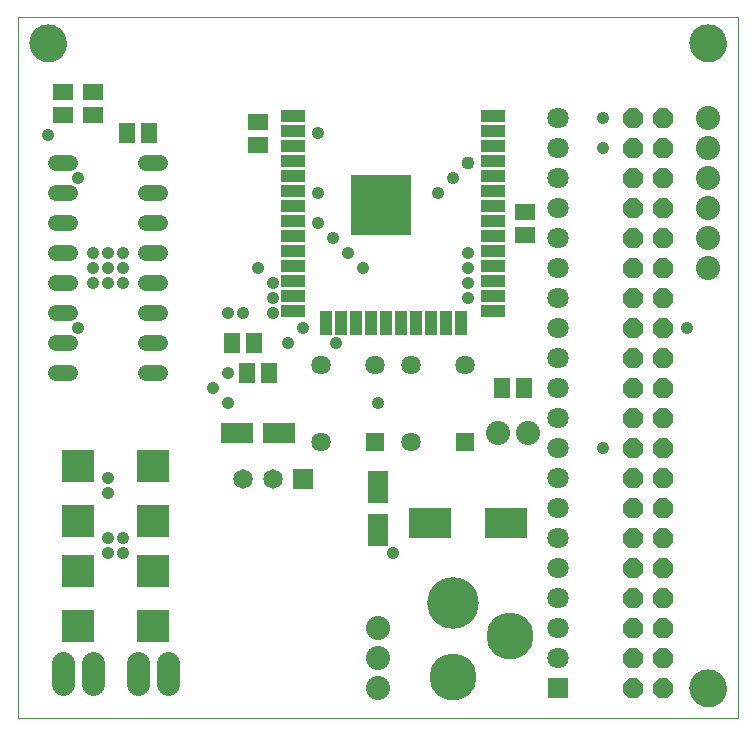
<source format=gts>
G75*
%MOIN*%
%OFA0B0*%
%FSLAX25Y25*%
%IPPOS*%
%LPD*%
%AMOC8*
5,1,8,0,0,1.08239X$1,22.5*
%
%ADD10C,0.00000*%
%ADD11C,0.12411*%
%ADD12C,0.06446*%
%ADD13R,0.06446X0.06446*%
%ADD14R,0.05718X0.06506*%
%ADD15R,0.10836X0.06899*%
%ADD16R,0.06506X0.05718*%
%ADD17R,0.14380X0.10443*%
%ADD18R,0.06899X0.10836*%
%ADD19C,0.17198*%
%ADD20C,0.15624*%
%ADD21R,0.10600X0.10600*%
%ADD22C,0.08000*%
%ADD23C,0.05400*%
%ADD24R,0.07096X0.07096*%
%ADD25C,0.07096*%
%ADD26C,0.07687*%
%ADD27OC8,0.06600*%
%ADD28R,0.20285X0.20285*%
%ADD29R,0.08474X0.04143*%
%ADD30R,0.04143X0.08474*%
%ADD31R,0.06506X0.06506*%
%ADD32C,0.06506*%
%ADD33C,0.04165*%
%ADD34C,0.04362*%
D10*
X0001500Y0020000D02*
X0001500Y0253701D01*
X0241421Y0253701D01*
X0241421Y0020000D01*
X0001500Y0020000D01*
X0005595Y0245000D02*
X0005597Y0245153D01*
X0005603Y0245306D01*
X0005613Y0245459D01*
X0005627Y0245612D01*
X0005645Y0245764D01*
X0005667Y0245916D01*
X0005692Y0246067D01*
X0005722Y0246218D01*
X0005755Y0246367D01*
X0005793Y0246516D01*
X0005834Y0246664D01*
X0005879Y0246810D01*
X0005928Y0246955D01*
X0005981Y0247099D01*
X0006037Y0247242D01*
X0006097Y0247383D01*
X0006161Y0247523D01*
X0006228Y0247660D01*
X0006299Y0247796D01*
X0006373Y0247930D01*
X0006451Y0248062D01*
X0006532Y0248192D01*
X0006617Y0248320D01*
X0006705Y0248446D01*
X0006796Y0248569D01*
X0006890Y0248690D01*
X0006987Y0248809D01*
X0007088Y0248925D01*
X0007191Y0249038D01*
X0007298Y0249148D01*
X0007407Y0249256D01*
X0007518Y0249361D01*
X0007633Y0249463D01*
X0007750Y0249562D01*
X0007870Y0249657D01*
X0007992Y0249750D01*
X0008117Y0249840D01*
X0008243Y0249926D01*
X0008372Y0250009D01*
X0008503Y0250088D01*
X0008636Y0250164D01*
X0008771Y0250237D01*
X0008908Y0250306D01*
X0009047Y0250371D01*
X0009187Y0250433D01*
X0009329Y0250491D01*
X0009472Y0250546D01*
X0009617Y0250597D01*
X0009763Y0250644D01*
X0009910Y0250687D01*
X0010058Y0250726D01*
X0010207Y0250762D01*
X0010357Y0250793D01*
X0010508Y0250821D01*
X0010660Y0250845D01*
X0010812Y0250865D01*
X0010964Y0250881D01*
X0011117Y0250893D01*
X0011270Y0250901D01*
X0011423Y0250905D01*
X0011577Y0250905D01*
X0011730Y0250901D01*
X0011883Y0250893D01*
X0012036Y0250881D01*
X0012188Y0250865D01*
X0012340Y0250845D01*
X0012492Y0250821D01*
X0012643Y0250793D01*
X0012793Y0250762D01*
X0012942Y0250726D01*
X0013090Y0250687D01*
X0013237Y0250644D01*
X0013383Y0250597D01*
X0013528Y0250546D01*
X0013671Y0250491D01*
X0013813Y0250433D01*
X0013953Y0250371D01*
X0014092Y0250306D01*
X0014229Y0250237D01*
X0014364Y0250164D01*
X0014497Y0250088D01*
X0014628Y0250009D01*
X0014757Y0249926D01*
X0014883Y0249840D01*
X0015008Y0249750D01*
X0015130Y0249657D01*
X0015250Y0249562D01*
X0015367Y0249463D01*
X0015482Y0249361D01*
X0015593Y0249256D01*
X0015702Y0249148D01*
X0015809Y0249038D01*
X0015912Y0248925D01*
X0016013Y0248809D01*
X0016110Y0248690D01*
X0016204Y0248569D01*
X0016295Y0248446D01*
X0016383Y0248320D01*
X0016468Y0248192D01*
X0016549Y0248062D01*
X0016627Y0247930D01*
X0016701Y0247796D01*
X0016772Y0247660D01*
X0016839Y0247523D01*
X0016903Y0247383D01*
X0016963Y0247242D01*
X0017019Y0247099D01*
X0017072Y0246955D01*
X0017121Y0246810D01*
X0017166Y0246664D01*
X0017207Y0246516D01*
X0017245Y0246367D01*
X0017278Y0246218D01*
X0017308Y0246067D01*
X0017333Y0245916D01*
X0017355Y0245764D01*
X0017373Y0245612D01*
X0017387Y0245459D01*
X0017397Y0245306D01*
X0017403Y0245153D01*
X0017405Y0245000D01*
X0017403Y0244847D01*
X0017397Y0244694D01*
X0017387Y0244541D01*
X0017373Y0244388D01*
X0017355Y0244236D01*
X0017333Y0244084D01*
X0017308Y0243933D01*
X0017278Y0243782D01*
X0017245Y0243633D01*
X0017207Y0243484D01*
X0017166Y0243336D01*
X0017121Y0243190D01*
X0017072Y0243045D01*
X0017019Y0242901D01*
X0016963Y0242758D01*
X0016903Y0242617D01*
X0016839Y0242477D01*
X0016772Y0242340D01*
X0016701Y0242204D01*
X0016627Y0242070D01*
X0016549Y0241938D01*
X0016468Y0241808D01*
X0016383Y0241680D01*
X0016295Y0241554D01*
X0016204Y0241431D01*
X0016110Y0241310D01*
X0016013Y0241191D01*
X0015912Y0241075D01*
X0015809Y0240962D01*
X0015702Y0240852D01*
X0015593Y0240744D01*
X0015482Y0240639D01*
X0015367Y0240537D01*
X0015250Y0240438D01*
X0015130Y0240343D01*
X0015008Y0240250D01*
X0014883Y0240160D01*
X0014757Y0240074D01*
X0014628Y0239991D01*
X0014497Y0239912D01*
X0014364Y0239836D01*
X0014229Y0239763D01*
X0014092Y0239694D01*
X0013953Y0239629D01*
X0013813Y0239567D01*
X0013671Y0239509D01*
X0013528Y0239454D01*
X0013383Y0239403D01*
X0013237Y0239356D01*
X0013090Y0239313D01*
X0012942Y0239274D01*
X0012793Y0239238D01*
X0012643Y0239207D01*
X0012492Y0239179D01*
X0012340Y0239155D01*
X0012188Y0239135D01*
X0012036Y0239119D01*
X0011883Y0239107D01*
X0011730Y0239099D01*
X0011577Y0239095D01*
X0011423Y0239095D01*
X0011270Y0239099D01*
X0011117Y0239107D01*
X0010964Y0239119D01*
X0010812Y0239135D01*
X0010660Y0239155D01*
X0010508Y0239179D01*
X0010357Y0239207D01*
X0010207Y0239238D01*
X0010058Y0239274D01*
X0009910Y0239313D01*
X0009763Y0239356D01*
X0009617Y0239403D01*
X0009472Y0239454D01*
X0009329Y0239509D01*
X0009187Y0239567D01*
X0009047Y0239629D01*
X0008908Y0239694D01*
X0008771Y0239763D01*
X0008636Y0239836D01*
X0008503Y0239912D01*
X0008372Y0239991D01*
X0008243Y0240074D01*
X0008117Y0240160D01*
X0007992Y0240250D01*
X0007870Y0240343D01*
X0007750Y0240438D01*
X0007633Y0240537D01*
X0007518Y0240639D01*
X0007407Y0240744D01*
X0007298Y0240852D01*
X0007191Y0240962D01*
X0007088Y0241075D01*
X0006987Y0241191D01*
X0006890Y0241310D01*
X0006796Y0241431D01*
X0006705Y0241554D01*
X0006617Y0241680D01*
X0006532Y0241808D01*
X0006451Y0241938D01*
X0006373Y0242070D01*
X0006299Y0242204D01*
X0006228Y0242340D01*
X0006161Y0242477D01*
X0006097Y0242617D01*
X0006037Y0242758D01*
X0005981Y0242901D01*
X0005928Y0243045D01*
X0005879Y0243190D01*
X0005834Y0243336D01*
X0005793Y0243484D01*
X0005755Y0243633D01*
X0005722Y0243782D01*
X0005692Y0243933D01*
X0005667Y0244084D01*
X0005645Y0244236D01*
X0005627Y0244388D01*
X0005613Y0244541D01*
X0005603Y0244694D01*
X0005597Y0244847D01*
X0005595Y0245000D01*
X0225595Y0245000D02*
X0225597Y0245153D01*
X0225603Y0245306D01*
X0225613Y0245459D01*
X0225627Y0245612D01*
X0225645Y0245764D01*
X0225667Y0245916D01*
X0225692Y0246067D01*
X0225722Y0246218D01*
X0225755Y0246367D01*
X0225793Y0246516D01*
X0225834Y0246664D01*
X0225879Y0246810D01*
X0225928Y0246955D01*
X0225981Y0247099D01*
X0226037Y0247242D01*
X0226097Y0247383D01*
X0226161Y0247523D01*
X0226228Y0247660D01*
X0226299Y0247796D01*
X0226373Y0247930D01*
X0226451Y0248062D01*
X0226532Y0248192D01*
X0226617Y0248320D01*
X0226705Y0248446D01*
X0226796Y0248569D01*
X0226890Y0248690D01*
X0226987Y0248809D01*
X0227088Y0248925D01*
X0227191Y0249038D01*
X0227298Y0249148D01*
X0227407Y0249256D01*
X0227518Y0249361D01*
X0227633Y0249463D01*
X0227750Y0249562D01*
X0227870Y0249657D01*
X0227992Y0249750D01*
X0228117Y0249840D01*
X0228243Y0249926D01*
X0228372Y0250009D01*
X0228503Y0250088D01*
X0228636Y0250164D01*
X0228771Y0250237D01*
X0228908Y0250306D01*
X0229047Y0250371D01*
X0229187Y0250433D01*
X0229329Y0250491D01*
X0229472Y0250546D01*
X0229617Y0250597D01*
X0229763Y0250644D01*
X0229910Y0250687D01*
X0230058Y0250726D01*
X0230207Y0250762D01*
X0230357Y0250793D01*
X0230508Y0250821D01*
X0230660Y0250845D01*
X0230812Y0250865D01*
X0230964Y0250881D01*
X0231117Y0250893D01*
X0231270Y0250901D01*
X0231423Y0250905D01*
X0231577Y0250905D01*
X0231730Y0250901D01*
X0231883Y0250893D01*
X0232036Y0250881D01*
X0232188Y0250865D01*
X0232340Y0250845D01*
X0232492Y0250821D01*
X0232643Y0250793D01*
X0232793Y0250762D01*
X0232942Y0250726D01*
X0233090Y0250687D01*
X0233237Y0250644D01*
X0233383Y0250597D01*
X0233528Y0250546D01*
X0233671Y0250491D01*
X0233813Y0250433D01*
X0233953Y0250371D01*
X0234092Y0250306D01*
X0234229Y0250237D01*
X0234364Y0250164D01*
X0234497Y0250088D01*
X0234628Y0250009D01*
X0234757Y0249926D01*
X0234883Y0249840D01*
X0235008Y0249750D01*
X0235130Y0249657D01*
X0235250Y0249562D01*
X0235367Y0249463D01*
X0235482Y0249361D01*
X0235593Y0249256D01*
X0235702Y0249148D01*
X0235809Y0249038D01*
X0235912Y0248925D01*
X0236013Y0248809D01*
X0236110Y0248690D01*
X0236204Y0248569D01*
X0236295Y0248446D01*
X0236383Y0248320D01*
X0236468Y0248192D01*
X0236549Y0248062D01*
X0236627Y0247930D01*
X0236701Y0247796D01*
X0236772Y0247660D01*
X0236839Y0247523D01*
X0236903Y0247383D01*
X0236963Y0247242D01*
X0237019Y0247099D01*
X0237072Y0246955D01*
X0237121Y0246810D01*
X0237166Y0246664D01*
X0237207Y0246516D01*
X0237245Y0246367D01*
X0237278Y0246218D01*
X0237308Y0246067D01*
X0237333Y0245916D01*
X0237355Y0245764D01*
X0237373Y0245612D01*
X0237387Y0245459D01*
X0237397Y0245306D01*
X0237403Y0245153D01*
X0237405Y0245000D01*
X0237403Y0244847D01*
X0237397Y0244694D01*
X0237387Y0244541D01*
X0237373Y0244388D01*
X0237355Y0244236D01*
X0237333Y0244084D01*
X0237308Y0243933D01*
X0237278Y0243782D01*
X0237245Y0243633D01*
X0237207Y0243484D01*
X0237166Y0243336D01*
X0237121Y0243190D01*
X0237072Y0243045D01*
X0237019Y0242901D01*
X0236963Y0242758D01*
X0236903Y0242617D01*
X0236839Y0242477D01*
X0236772Y0242340D01*
X0236701Y0242204D01*
X0236627Y0242070D01*
X0236549Y0241938D01*
X0236468Y0241808D01*
X0236383Y0241680D01*
X0236295Y0241554D01*
X0236204Y0241431D01*
X0236110Y0241310D01*
X0236013Y0241191D01*
X0235912Y0241075D01*
X0235809Y0240962D01*
X0235702Y0240852D01*
X0235593Y0240744D01*
X0235482Y0240639D01*
X0235367Y0240537D01*
X0235250Y0240438D01*
X0235130Y0240343D01*
X0235008Y0240250D01*
X0234883Y0240160D01*
X0234757Y0240074D01*
X0234628Y0239991D01*
X0234497Y0239912D01*
X0234364Y0239836D01*
X0234229Y0239763D01*
X0234092Y0239694D01*
X0233953Y0239629D01*
X0233813Y0239567D01*
X0233671Y0239509D01*
X0233528Y0239454D01*
X0233383Y0239403D01*
X0233237Y0239356D01*
X0233090Y0239313D01*
X0232942Y0239274D01*
X0232793Y0239238D01*
X0232643Y0239207D01*
X0232492Y0239179D01*
X0232340Y0239155D01*
X0232188Y0239135D01*
X0232036Y0239119D01*
X0231883Y0239107D01*
X0231730Y0239099D01*
X0231577Y0239095D01*
X0231423Y0239095D01*
X0231270Y0239099D01*
X0231117Y0239107D01*
X0230964Y0239119D01*
X0230812Y0239135D01*
X0230660Y0239155D01*
X0230508Y0239179D01*
X0230357Y0239207D01*
X0230207Y0239238D01*
X0230058Y0239274D01*
X0229910Y0239313D01*
X0229763Y0239356D01*
X0229617Y0239403D01*
X0229472Y0239454D01*
X0229329Y0239509D01*
X0229187Y0239567D01*
X0229047Y0239629D01*
X0228908Y0239694D01*
X0228771Y0239763D01*
X0228636Y0239836D01*
X0228503Y0239912D01*
X0228372Y0239991D01*
X0228243Y0240074D01*
X0228117Y0240160D01*
X0227992Y0240250D01*
X0227870Y0240343D01*
X0227750Y0240438D01*
X0227633Y0240537D01*
X0227518Y0240639D01*
X0227407Y0240744D01*
X0227298Y0240852D01*
X0227191Y0240962D01*
X0227088Y0241075D01*
X0226987Y0241191D01*
X0226890Y0241310D01*
X0226796Y0241431D01*
X0226705Y0241554D01*
X0226617Y0241680D01*
X0226532Y0241808D01*
X0226451Y0241938D01*
X0226373Y0242070D01*
X0226299Y0242204D01*
X0226228Y0242340D01*
X0226161Y0242477D01*
X0226097Y0242617D01*
X0226037Y0242758D01*
X0225981Y0242901D01*
X0225928Y0243045D01*
X0225879Y0243190D01*
X0225834Y0243336D01*
X0225793Y0243484D01*
X0225755Y0243633D01*
X0225722Y0243782D01*
X0225692Y0243933D01*
X0225667Y0244084D01*
X0225645Y0244236D01*
X0225627Y0244388D01*
X0225613Y0244541D01*
X0225603Y0244694D01*
X0225597Y0244847D01*
X0225595Y0245000D01*
X0225595Y0030000D02*
X0225597Y0030153D01*
X0225603Y0030306D01*
X0225613Y0030459D01*
X0225627Y0030612D01*
X0225645Y0030764D01*
X0225667Y0030916D01*
X0225692Y0031067D01*
X0225722Y0031218D01*
X0225755Y0031367D01*
X0225793Y0031516D01*
X0225834Y0031664D01*
X0225879Y0031810D01*
X0225928Y0031955D01*
X0225981Y0032099D01*
X0226037Y0032242D01*
X0226097Y0032383D01*
X0226161Y0032523D01*
X0226228Y0032660D01*
X0226299Y0032796D01*
X0226373Y0032930D01*
X0226451Y0033062D01*
X0226532Y0033192D01*
X0226617Y0033320D01*
X0226705Y0033446D01*
X0226796Y0033569D01*
X0226890Y0033690D01*
X0226987Y0033809D01*
X0227088Y0033925D01*
X0227191Y0034038D01*
X0227298Y0034148D01*
X0227407Y0034256D01*
X0227518Y0034361D01*
X0227633Y0034463D01*
X0227750Y0034562D01*
X0227870Y0034657D01*
X0227992Y0034750D01*
X0228117Y0034840D01*
X0228243Y0034926D01*
X0228372Y0035009D01*
X0228503Y0035088D01*
X0228636Y0035164D01*
X0228771Y0035237D01*
X0228908Y0035306D01*
X0229047Y0035371D01*
X0229187Y0035433D01*
X0229329Y0035491D01*
X0229472Y0035546D01*
X0229617Y0035597D01*
X0229763Y0035644D01*
X0229910Y0035687D01*
X0230058Y0035726D01*
X0230207Y0035762D01*
X0230357Y0035793D01*
X0230508Y0035821D01*
X0230660Y0035845D01*
X0230812Y0035865D01*
X0230964Y0035881D01*
X0231117Y0035893D01*
X0231270Y0035901D01*
X0231423Y0035905D01*
X0231577Y0035905D01*
X0231730Y0035901D01*
X0231883Y0035893D01*
X0232036Y0035881D01*
X0232188Y0035865D01*
X0232340Y0035845D01*
X0232492Y0035821D01*
X0232643Y0035793D01*
X0232793Y0035762D01*
X0232942Y0035726D01*
X0233090Y0035687D01*
X0233237Y0035644D01*
X0233383Y0035597D01*
X0233528Y0035546D01*
X0233671Y0035491D01*
X0233813Y0035433D01*
X0233953Y0035371D01*
X0234092Y0035306D01*
X0234229Y0035237D01*
X0234364Y0035164D01*
X0234497Y0035088D01*
X0234628Y0035009D01*
X0234757Y0034926D01*
X0234883Y0034840D01*
X0235008Y0034750D01*
X0235130Y0034657D01*
X0235250Y0034562D01*
X0235367Y0034463D01*
X0235482Y0034361D01*
X0235593Y0034256D01*
X0235702Y0034148D01*
X0235809Y0034038D01*
X0235912Y0033925D01*
X0236013Y0033809D01*
X0236110Y0033690D01*
X0236204Y0033569D01*
X0236295Y0033446D01*
X0236383Y0033320D01*
X0236468Y0033192D01*
X0236549Y0033062D01*
X0236627Y0032930D01*
X0236701Y0032796D01*
X0236772Y0032660D01*
X0236839Y0032523D01*
X0236903Y0032383D01*
X0236963Y0032242D01*
X0237019Y0032099D01*
X0237072Y0031955D01*
X0237121Y0031810D01*
X0237166Y0031664D01*
X0237207Y0031516D01*
X0237245Y0031367D01*
X0237278Y0031218D01*
X0237308Y0031067D01*
X0237333Y0030916D01*
X0237355Y0030764D01*
X0237373Y0030612D01*
X0237387Y0030459D01*
X0237397Y0030306D01*
X0237403Y0030153D01*
X0237405Y0030000D01*
X0237403Y0029847D01*
X0237397Y0029694D01*
X0237387Y0029541D01*
X0237373Y0029388D01*
X0237355Y0029236D01*
X0237333Y0029084D01*
X0237308Y0028933D01*
X0237278Y0028782D01*
X0237245Y0028633D01*
X0237207Y0028484D01*
X0237166Y0028336D01*
X0237121Y0028190D01*
X0237072Y0028045D01*
X0237019Y0027901D01*
X0236963Y0027758D01*
X0236903Y0027617D01*
X0236839Y0027477D01*
X0236772Y0027340D01*
X0236701Y0027204D01*
X0236627Y0027070D01*
X0236549Y0026938D01*
X0236468Y0026808D01*
X0236383Y0026680D01*
X0236295Y0026554D01*
X0236204Y0026431D01*
X0236110Y0026310D01*
X0236013Y0026191D01*
X0235912Y0026075D01*
X0235809Y0025962D01*
X0235702Y0025852D01*
X0235593Y0025744D01*
X0235482Y0025639D01*
X0235367Y0025537D01*
X0235250Y0025438D01*
X0235130Y0025343D01*
X0235008Y0025250D01*
X0234883Y0025160D01*
X0234757Y0025074D01*
X0234628Y0024991D01*
X0234497Y0024912D01*
X0234364Y0024836D01*
X0234229Y0024763D01*
X0234092Y0024694D01*
X0233953Y0024629D01*
X0233813Y0024567D01*
X0233671Y0024509D01*
X0233528Y0024454D01*
X0233383Y0024403D01*
X0233237Y0024356D01*
X0233090Y0024313D01*
X0232942Y0024274D01*
X0232793Y0024238D01*
X0232643Y0024207D01*
X0232492Y0024179D01*
X0232340Y0024155D01*
X0232188Y0024135D01*
X0232036Y0024119D01*
X0231883Y0024107D01*
X0231730Y0024099D01*
X0231577Y0024095D01*
X0231423Y0024095D01*
X0231270Y0024099D01*
X0231117Y0024107D01*
X0230964Y0024119D01*
X0230812Y0024135D01*
X0230660Y0024155D01*
X0230508Y0024179D01*
X0230357Y0024207D01*
X0230207Y0024238D01*
X0230058Y0024274D01*
X0229910Y0024313D01*
X0229763Y0024356D01*
X0229617Y0024403D01*
X0229472Y0024454D01*
X0229329Y0024509D01*
X0229187Y0024567D01*
X0229047Y0024629D01*
X0228908Y0024694D01*
X0228771Y0024763D01*
X0228636Y0024836D01*
X0228503Y0024912D01*
X0228372Y0024991D01*
X0228243Y0025074D01*
X0228117Y0025160D01*
X0227992Y0025250D01*
X0227870Y0025343D01*
X0227750Y0025438D01*
X0227633Y0025537D01*
X0227518Y0025639D01*
X0227407Y0025744D01*
X0227298Y0025852D01*
X0227191Y0025962D01*
X0227088Y0026075D01*
X0226987Y0026191D01*
X0226890Y0026310D01*
X0226796Y0026431D01*
X0226705Y0026554D01*
X0226617Y0026680D01*
X0226532Y0026808D01*
X0226451Y0026938D01*
X0226373Y0027070D01*
X0226299Y0027204D01*
X0226228Y0027340D01*
X0226161Y0027477D01*
X0226097Y0027617D01*
X0226037Y0027758D01*
X0225981Y0027901D01*
X0225928Y0028045D01*
X0225879Y0028190D01*
X0225834Y0028336D01*
X0225793Y0028484D01*
X0225755Y0028633D01*
X0225722Y0028782D01*
X0225692Y0028933D01*
X0225667Y0029084D01*
X0225645Y0029236D01*
X0225627Y0029388D01*
X0225613Y0029541D01*
X0225603Y0029694D01*
X0225597Y0029847D01*
X0225595Y0030000D01*
D11*
X0231500Y0030000D03*
X0231500Y0245000D03*
X0011500Y0245000D03*
D12*
X0102642Y0137795D03*
X0120358Y0137795D03*
X0132642Y0137795D03*
X0150358Y0137795D03*
X0132642Y0112205D03*
X0102642Y0112205D03*
D13*
X0120358Y0112205D03*
X0150358Y0112205D03*
D14*
X0162760Y0130000D03*
X0170240Y0130000D03*
X0085240Y0135000D03*
X0077760Y0135000D03*
X0080240Y0145000D03*
X0072760Y0145000D03*
X0045240Y0215000D03*
X0037760Y0215000D03*
D15*
X0074413Y0115000D03*
X0088587Y0115000D03*
D16*
X0170500Y0181260D03*
X0170500Y0188740D03*
X0081500Y0211260D03*
X0081500Y0218740D03*
X0026500Y0221260D03*
X0026500Y0228740D03*
X0016500Y0228740D03*
X0016500Y0221260D03*
D17*
X0138705Y0085000D03*
X0164295Y0085000D03*
D18*
X0121500Y0082913D03*
X0121500Y0097087D03*
D19*
X0146500Y0058543D03*
D20*
X0165398Y0047323D03*
X0146500Y0033937D03*
D21*
X0046500Y0050750D03*
X0046500Y0069250D03*
X0046500Y0085750D03*
X0046500Y0104250D03*
X0021500Y0104250D03*
X0021500Y0085750D03*
X0021500Y0069250D03*
X0021500Y0050750D03*
D22*
X0121500Y0050000D03*
X0121500Y0040000D03*
X0121500Y0030000D03*
X0161500Y0115000D03*
X0171500Y0115000D03*
X0231500Y0170000D03*
X0231500Y0180000D03*
X0231500Y0190000D03*
X0231500Y0200000D03*
X0231500Y0210000D03*
X0231500Y0220000D03*
D23*
X0048900Y0205000D02*
X0044100Y0205000D01*
X0044100Y0195000D02*
X0048900Y0195000D01*
X0048900Y0185000D02*
X0044100Y0185000D01*
X0044100Y0175000D02*
X0048900Y0175000D01*
X0048900Y0165000D02*
X0044100Y0165000D01*
X0044100Y0155000D02*
X0048900Y0155000D01*
X0048900Y0145000D02*
X0044100Y0145000D01*
X0044100Y0135000D02*
X0048900Y0135000D01*
X0018900Y0135000D02*
X0014100Y0135000D01*
X0014100Y0145000D02*
X0018900Y0145000D01*
X0018900Y0155000D02*
X0014100Y0155000D01*
X0014100Y0165000D02*
X0018900Y0165000D01*
X0018900Y0175000D02*
X0014100Y0175000D01*
X0014100Y0185000D02*
X0018900Y0185000D01*
X0018900Y0195000D02*
X0014100Y0195000D01*
X0014100Y0205000D02*
X0018900Y0205000D01*
D24*
X0181500Y0030000D03*
D25*
X0181500Y0040000D03*
X0181500Y0050000D03*
X0181500Y0060000D03*
X0181500Y0070000D03*
X0181500Y0080000D03*
X0181500Y0090000D03*
X0181500Y0100000D03*
X0181500Y0110000D03*
X0181500Y0120000D03*
X0181500Y0130000D03*
X0181500Y0140000D03*
X0181500Y0150000D03*
X0181500Y0160000D03*
X0181500Y0170000D03*
X0181500Y0180000D03*
X0181500Y0190000D03*
X0181500Y0200000D03*
X0181500Y0210000D03*
X0181500Y0220000D03*
D26*
X0051500Y0038543D02*
X0051500Y0031457D01*
X0041500Y0031457D02*
X0041500Y0038543D01*
X0026500Y0038543D02*
X0026500Y0031457D01*
X0016500Y0031457D02*
X0016500Y0038543D01*
D27*
X0206500Y0040000D03*
X0206500Y0030000D03*
X0216500Y0030000D03*
X0216500Y0040000D03*
X0216500Y0050000D03*
X0216500Y0060000D03*
X0216500Y0070000D03*
X0216500Y0080000D03*
X0216500Y0090000D03*
X0216500Y0100000D03*
X0216500Y0110000D03*
X0216500Y0120000D03*
X0216500Y0130000D03*
X0216500Y0140000D03*
X0216500Y0150000D03*
X0216500Y0160000D03*
X0216500Y0170000D03*
X0216500Y0180000D03*
X0216500Y0190000D03*
X0216500Y0200000D03*
X0216500Y0210000D03*
X0216500Y0220000D03*
X0206500Y0220000D03*
X0206500Y0210000D03*
X0206500Y0200000D03*
X0206500Y0190000D03*
X0206500Y0180000D03*
X0206500Y0170000D03*
X0206500Y0160000D03*
X0206500Y0150000D03*
X0206500Y0140000D03*
X0206500Y0130000D03*
X0206500Y0120000D03*
X0206500Y0110000D03*
X0206500Y0100000D03*
X0206500Y0090000D03*
X0206500Y0080000D03*
X0206500Y0070000D03*
X0206500Y0060000D03*
X0206500Y0050000D03*
D28*
X0122563Y0191181D03*
D29*
X0093035Y0190709D03*
X0093035Y0195709D03*
X0093035Y0200709D03*
X0093035Y0205709D03*
X0093035Y0210709D03*
X0093035Y0215709D03*
X0093035Y0220709D03*
X0093035Y0185709D03*
X0093035Y0180709D03*
X0093035Y0175709D03*
X0093035Y0170709D03*
X0093035Y0165709D03*
X0093035Y0160709D03*
X0093035Y0155709D03*
X0159965Y0155709D03*
X0159965Y0160709D03*
X0159965Y0165709D03*
X0159965Y0170709D03*
X0159965Y0175709D03*
X0159965Y0180709D03*
X0159965Y0185709D03*
X0159965Y0190709D03*
X0159965Y0195709D03*
X0159965Y0200709D03*
X0159965Y0205709D03*
X0159965Y0210709D03*
X0159965Y0215709D03*
X0159965Y0220709D03*
D30*
X0149000Y0151772D03*
X0144000Y0151772D03*
X0139000Y0151772D03*
X0134000Y0151772D03*
X0129000Y0151772D03*
X0124000Y0151772D03*
X0119000Y0151772D03*
X0114000Y0151772D03*
X0109000Y0151772D03*
X0104000Y0151772D03*
D31*
X0096500Y0099764D03*
D32*
X0086500Y0099764D03*
X0076500Y0099764D03*
D33*
X0071500Y0125000D03*
X0066500Y0130000D03*
X0071500Y0135000D03*
X0071500Y0155000D03*
X0076500Y0155000D03*
X0086500Y0155000D03*
X0086500Y0160000D03*
X0086500Y0165000D03*
X0081500Y0170000D03*
X0096500Y0150000D03*
X0091500Y0145000D03*
X0107583Y0145000D03*
X0121500Y0125000D03*
X0151500Y0160000D03*
X0151500Y0165000D03*
X0151500Y0170000D03*
X0151500Y0175000D03*
X0141500Y0195000D03*
X0146500Y0200000D03*
X0126500Y0195000D03*
X0126500Y0190000D03*
X0126500Y0185000D03*
X0121500Y0185000D03*
X0121500Y0190000D03*
X0121500Y0195000D03*
X0116500Y0195000D03*
X0116500Y0190000D03*
X0116500Y0185000D03*
X0111500Y0175000D03*
X0106500Y0180000D03*
X0101500Y0185000D03*
X0101500Y0195000D03*
X0101500Y0215000D03*
X0116500Y0170000D03*
X0036500Y0170000D03*
X0036500Y0165000D03*
X0031500Y0165000D03*
X0031500Y0170000D03*
X0031500Y0175000D03*
X0026500Y0175000D03*
X0026500Y0170000D03*
X0026500Y0165000D03*
X0036500Y0175000D03*
X0021500Y0150000D03*
X0031500Y0100000D03*
X0031500Y0095000D03*
X0031500Y0080000D03*
X0031500Y0075000D03*
X0036500Y0075000D03*
X0036500Y0080000D03*
X0126500Y0075000D03*
X0196500Y0110000D03*
X0224583Y0150000D03*
X0196500Y0210000D03*
X0196500Y0220000D03*
X0021500Y0200000D03*
X0011500Y0214583D03*
D34*
X0151500Y0205000D03*
M02*

</source>
